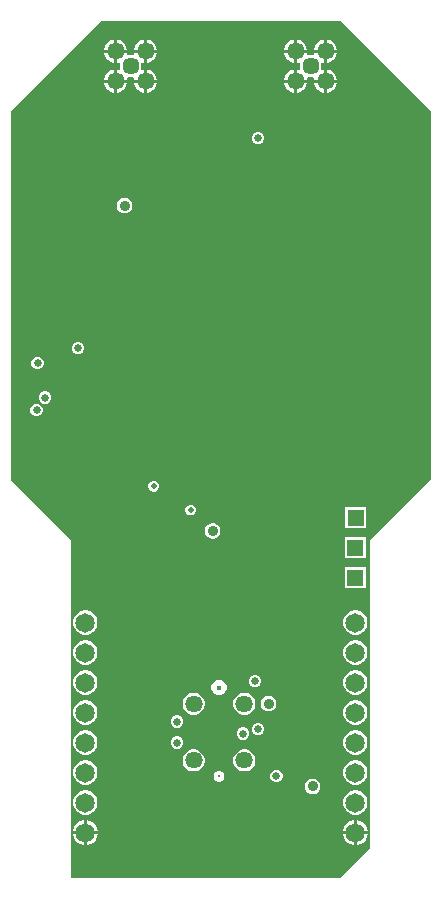
<source format=gbr>
%TF.GenerationSoftware,Altium Limited,Altium Designer,23.7.1 (13)*%
G04 Layer_Physical_Order=2*
G04 Layer_Color=36540*
%FSLAX45Y45*%
%MOMM*%
%TF.SameCoordinates,13906D11-38DA-49B6-AFB5-B3B90C62E25A*%
%TF.FilePolarity,Positive*%
%TF.FileFunction,Copper,L2,Inr,Signal*%
%TF.Part,Single*%
G01*
G75*
%TA.AperFunction,ComponentPad*%
%ADD34C,0.44500*%
%ADD35C,0.26000*%
%ADD36C,1.46000*%
%ADD37C,1.44600*%
%ADD38C,1.65000*%
%ADD40R,1.40000X1.40000*%
%TA.AperFunction,ViaPad*%
%ADD41C,0.50000*%
%ADD42C,0.65000*%
%ADD43C,0.90000*%
G36*
X10922000Y9029700D02*
Y5908000D01*
X10413000Y5399000D01*
Y2794000D01*
X10159000Y2540000D01*
X7874000D01*
Y5400000D01*
X7366000Y5908000D01*
Y9029700D01*
X8128000Y9791700D01*
X10160000D01*
X10922000Y9029700D01*
D02*
G37*
%LPC*%
G36*
X10045862Y9635400D02*
X10045700D01*
Y9550400D01*
X10130700D01*
Y9550562D01*
X10124042Y9575411D01*
X10111179Y9597689D01*
X10092989Y9615879D01*
X10070711Y9628742D01*
X10045862Y9635400D01*
D02*
G37*
G36*
X10020300D02*
X10020138D01*
X9995289Y9628742D01*
X9973011Y9615879D01*
X9954821Y9597689D01*
X9941958Y9575411D01*
X9935300Y9550562D01*
Y9550400D01*
X10020300D01*
Y9635400D01*
D02*
G37*
G36*
X9791862D02*
X9791700D01*
Y9550400D01*
X9876700D01*
Y9550562D01*
X9870042Y9575411D01*
X9857179Y9597689D01*
X9838989Y9615879D01*
X9816711Y9628742D01*
X9791862Y9635400D01*
D02*
G37*
G36*
X9766300D02*
X9766138D01*
X9741289Y9628742D01*
X9719011Y9615879D01*
X9700821Y9597689D01*
X9687958Y9575411D01*
X9681300Y9550562D01*
Y9550400D01*
X9766300D01*
Y9635400D01*
D02*
G37*
G36*
X8521862D02*
X8521700D01*
Y9550400D01*
X8606700D01*
Y9550562D01*
X8600042Y9575411D01*
X8587179Y9597689D01*
X8568989Y9615879D01*
X8546711Y9628742D01*
X8521862Y9635400D01*
D02*
G37*
G36*
X8496300D02*
X8496138D01*
X8471289Y9628742D01*
X8449011Y9615879D01*
X8430821Y9597689D01*
X8417958Y9575411D01*
X8411300Y9550562D01*
Y9550400D01*
X8496300D01*
Y9635400D01*
D02*
G37*
G36*
X8267862D02*
X8267700D01*
Y9550400D01*
X8352700D01*
Y9550562D01*
X8346042Y9575411D01*
X8333179Y9597689D01*
X8314989Y9615879D01*
X8292711Y9628742D01*
X8267862Y9635400D01*
D02*
G37*
G36*
X8242300D02*
X8242138D01*
X8217289Y9628742D01*
X8195011Y9615879D01*
X8176821Y9597689D01*
X8163958Y9575411D01*
X8157300Y9550562D01*
Y9550400D01*
X8242300D01*
Y9635400D01*
D02*
G37*
G36*
X8496300Y9525000D02*
X8411300D01*
Y9524838D01*
X8415135Y9510526D01*
X8404766Y9500156D01*
X8394152Y9503000D01*
X8369848D01*
X8359234Y9500156D01*
X8348865Y9510526D01*
X8352700Y9524838D01*
Y9525000D01*
X8267700D01*
Y9440000D01*
X8267862D01*
X8282174Y9443835D01*
X8292544Y9433466D01*
X8289700Y9422852D01*
Y9398548D01*
X8292544Y9387934D01*
X8282174Y9377565D01*
X8267862Y9381400D01*
X8267700D01*
Y9296400D01*
X8352700D01*
Y9296562D01*
X8348865Y9310874D01*
X8359234Y9321244D01*
X8369848Y9318400D01*
X8394152D01*
X8404766Y9321244D01*
X8415135Y9310874D01*
X8411300Y9296562D01*
Y9296400D01*
X8496300D01*
Y9381400D01*
X8496138D01*
X8481826Y9377565D01*
X8471456Y9387934D01*
X8474300Y9398548D01*
Y9422852D01*
X8471456Y9433466D01*
X8481826Y9443835D01*
X8496138Y9440000D01*
X8496300D01*
Y9525000D01*
D02*
G37*
G36*
X10020300D02*
X9935300D01*
Y9524838D01*
X9939135Y9510526D01*
X9928766Y9500156D01*
X9918152Y9503000D01*
X9893848D01*
X9883234Y9500156D01*
X9872865Y9510526D01*
X9876700Y9524838D01*
Y9525000D01*
X9791700D01*
Y9440000D01*
X9791862D01*
X9806174Y9443835D01*
X9816544Y9433466D01*
X9813700Y9422852D01*
Y9398548D01*
X9816544Y9387934D01*
X9806174Y9377565D01*
X9791862Y9381400D01*
X9791700D01*
Y9296400D01*
X9876700D01*
Y9296562D01*
X9872865Y9310874D01*
X9883234Y9321244D01*
X9893848Y9318400D01*
X9918152D01*
X9928766Y9321244D01*
X9939135Y9310874D01*
X9935300Y9296562D01*
Y9296400D01*
X10020300D01*
Y9381400D01*
X10020138D01*
X10005826Y9377565D01*
X9995456Y9387934D01*
X9998300Y9398548D01*
Y9422852D01*
X9995456Y9433466D01*
X10005826Y9443835D01*
X10020138Y9440000D01*
X10020300D01*
Y9525000D01*
D02*
G37*
G36*
X10130700D02*
X10045700D01*
Y9440000D01*
X10045862D01*
X10070711Y9446658D01*
X10092989Y9459521D01*
X10111179Y9477711D01*
X10124042Y9499989D01*
X10130700Y9524838D01*
Y9525000D01*
D02*
G37*
G36*
X9766300D02*
X9681300D01*
Y9524838D01*
X9687958Y9499989D01*
X9700821Y9477711D01*
X9719011Y9459521D01*
X9741289Y9446658D01*
X9766138Y9440000D01*
X9766300D01*
Y9525000D01*
D02*
G37*
G36*
X8606700D02*
X8521700D01*
Y9440000D01*
X8521862D01*
X8546711Y9446658D01*
X8568989Y9459521D01*
X8587179Y9477711D01*
X8600042Y9499989D01*
X8606700Y9524838D01*
Y9525000D01*
D02*
G37*
G36*
X8242300D02*
X8157300D01*
Y9524838D01*
X8163958Y9499989D01*
X8176821Y9477711D01*
X8195011Y9459521D01*
X8217289Y9446658D01*
X8242138Y9440000D01*
X8242300D01*
Y9525000D01*
D02*
G37*
G36*
X10045862Y9381400D02*
X10045700D01*
Y9296400D01*
X10130700D01*
Y9296562D01*
X10124042Y9321411D01*
X10111179Y9343689D01*
X10092989Y9361879D01*
X10070711Y9374742D01*
X10045862Y9381400D01*
D02*
G37*
G36*
X9766300D02*
X9766138D01*
X9741289Y9374742D01*
X9719011Y9361879D01*
X9700821Y9343689D01*
X9687958Y9321411D01*
X9681300Y9296562D01*
Y9296400D01*
X9766300D01*
Y9381400D01*
D02*
G37*
G36*
X8521862D02*
X8521700D01*
Y9296400D01*
X8606700D01*
Y9296562D01*
X8600042Y9321411D01*
X8587179Y9343689D01*
X8568989Y9361879D01*
X8546711Y9374742D01*
X8521862Y9381400D01*
D02*
G37*
G36*
X8242300D02*
X8242138D01*
X8217289Y9374742D01*
X8195011Y9361879D01*
X8176821Y9343689D01*
X8163958Y9321411D01*
X8157300Y9296562D01*
Y9296400D01*
X8242300D01*
Y9381400D01*
D02*
G37*
G36*
X10130700Y9271000D02*
X10045700D01*
Y9186000D01*
X10045862D01*
X10070711Y9192658D01*
X10092989Y9205521D01*
X10111179Y9223711D01*
X10124042Y9245989D01*
X10130700Y9270838D01*
Y9271000D01*
D02*
G37*
G36*
X10020300D02*
X9935300D01*
Y9270838D01*
X9941958Y9245989D01*
X9954821Y9223711D01*
X9973011Y9205521D01*
X9995289Y9192658D01*
X10020138Y9186000D01*
X10020300D01*
Y9271000D01*
D02*
G37*
G36*
X9876700D02*
X9791700D01*
Y9186000D01*
X9791862D01*
X9816711Y9192658D01*
X9838989Y9205521D01*
X9857179Y9223711D01*
X9870042Y9245989D01*
X9876700Y9270838D01*
Y9271000D01*
D02*
G37*
G36*
X9766300D02*
X9681300D01*
Y9270838D01*
X9687958Y9245989D01*
X9700821Y9223711D01*
X9719011Y9205521D01*
X9741289Y9192658D01*
X9766138Y9186000D01*
X9766300D01*
Y9271000D01*
D02*
G37*
G36*
X8606700D02*
X8521700D01*
Y9186000D01*
X8521862D01*
X8546711Y9192658D01*
X8568989Y9205521D01*
X8587179Y9223711D01*
X8600042Y9245989D01*
X8606700Y9270838D01*
Y9271000D01*
D02*
G37*
G36*
X8496300D02*
X8411300D01*
Y9270838D01*
X8417958Y9245989D01*
X8430821Y9223711D01*
X8449011Y9205521D01*
X8471289Y9192658D01*
X8496138Y9186000D01*
X8496300D01*
Y9271000D01*
D02*
G37*
G36*
X8352700D02*
X8267700D01*
Y9186000D01*
X8267862D01*
X8292711Y9192658D01*
X8314989Y9205521D01*
X8333179Y9223711D01*
X8346042Y9245989D01*
X8352700Y9270838D01*
Y9271000D01*
D02*
G37*
G36*
X8242300D02*
X8157300D01*
Y9270838D01*
X8163958Y9245989D01*
X8176821Y9223711D01*
X8195011Y9205521D01*
X8217289Y9192658D01*
X8242138Y9186000D01*
X8242300D01*
Y9271000D01*
D02*
G37*
G36*
X9471943Y8853600D02*
X9451057D01*
X9431761Y8845607D01*
X9416993Y8830839D01*
X9409000Y8811543D01*
Y8790657D01*
X9416993Y8771361D01*
X9431761Y8756593D01*
X9451057Y8748600D01*
X9471943D01*
X9491239Y8756593D01*
X9506007Y8771361D01*
X9514000Y8790657D01*
Y8811543D01*
X9506007Y8830839D01*
X9491239Y8845607D01*
X9471943Y8853600D01*
D02*
G37*
G36*
X8339758Y8294600D02*
X8322642D01*
X8306111Y8290170D01*
X8291289Y8281613D01*
X8279187Y8269511D01*
X8270630Y8254689D01*
X8266200Y8238158D01*
Y8221042D01*
X8270630Y8204511D01*
X8279187Y8189689D01*
X8291289Y8177587D01*
X8306111Y8169030D01*
X8322642Y8164600D01*
X8339758D01*
X8356289Y8169030D01*
X8371111Y8177587D01*
X8383213Y8189689D01*
X8391770Y8204511D01*
X8396200Y8221042D01*
Y8238158D01*
X8391770Y8254689D01*
X8383213Y8269511D01*
X8371111Y8281613D01*
X8356289Y8290170D01*
X8339758Y8294600D01*
D02*
G37*
G36*
X7947943Y7075600D02*
X7927057D01*
X7907761Y7067607D01*
X7892993Y7052839D01*
X7885000Y7033543D01*
Y7012657D01*
X7892993Y6993361D01*
X7907761Y6978593D01*
X7927057Y6970600D01*
X7947943D01*
X7967239Y6978593D01*
X7982007Y6993361D01*
X7990000Y7012657D01*
Y7033543D01*
X7982007Y7052839D01*
X7967239Y7067607D01*
X7947943Y7075600D01*
D02*
G37*
G36*
X7605043Y6948600D02*
X7584157D01*
X7564861Y6940607D01*
X7550093Y6925839D01*
X7542100Y6906543D01*
Y6885657D01*
X7550093Y6866361D01*
X7564861Y6851593D01*
X7584157Y6843600D01*
X7605043D01*
X7624339Y6851593D01*
X7639107Y6866361D01*
X7647100Y6885657D01*
Y6906543D01*
X7639107Y6925839D01*
X7624339Y6940607D01*
X7605043Y6948600D01*
D02*
G37*
G36*
X7668543Y6656500D02*
X7647657D01*
X7628361Y6648507D01*
X7613593Y6633739D01*
X7605600Y6614443D01*
Y6593557D01*
X7613593Y6574261D01*
X7628361Y6559493D01*
X7647657Y6551500D01*
X7668543D01*
X7687839Y6559493D01*
X7702607Y6574261D01*
X7710600Y6593557D01*
Y6614443D01*
X7702607Y6633739D01*
X7687839Y6648507D01*
X7668543Y6656500D01*
D02*
G37*
G36*
X7597423Y6549820D02*
X7576537D01*
X7557241Y6541827D01*
X7542473Y6527059D01*
X7534480Y6507763D01*
Y6486877D01*
X7542473Y6467581D01*
X7557241Y6452813D01*
X7576537Y6444820D01*
X7597423D01*
X7616719Y6452813D01*
X7631487Y6467581D01*
X7639480Y6486877D01*
Y6507763D01*
X7631487Y6527059D01*
X7616719Y6541827D01*
X7597423Y6549820D01*
D02*
G37*
G36*
X8586531Y5897160D02*
X8568629D01*
X8552090Y5890309D01*
X8539431Y5877650D01*
X8532580Y5861111D01*
Y5843209D01*
X8539431Y5826670D01*
X8552090Y5814011D01*
X8568629Y5807160D01*
X8586531D01*
X8603070Y5814011D01*
X8615729Y5826670D01*
X8622580Y5843209D01*
Y5861111D01*
X8615729Y5877650D01*
X8603070Y5890309D01*
X8586531Y5897160D01*
D02*
G37*
G36*
X8901491Y5696500D02*
X8883589D01*
X8867050Y5689649D01*
X8854391Y5676990D01*
X8847540Y5660451D01*
Y5642549D01*
X8854391Y5626010D01*
X8867050Y5613351D01*
X8883589Y5606500D01*
X8901491D01*
X8918030Y5613351D01*
X8930689Y5626010D01*
X8937540Y5642549D01*
Y5660451D01*
X8930689Y5676990D01*
X8918030Y5689649D01*
X8901491Y5696500D01*
D02*
G37*
G36*
X10377000Y5678000D02*
X10197000D01*
Y5498000D01*
X10377000D01*
Y5678000D01*
D02*
G37*
G36*
X9085257Y5538700D02*
X9068142D01*
X9051611Y5534270D01*
X9036789Y5525713D01*
X9024687Y5513611D01*
X9016130Y5498789D01*
X9011700Y5482258D01*
Y5465142D01*
X9016130Y5448611D01*
X9024687Y5433789D01*
X9036789Y5421687D01*
X9051611Y5413130D01*
X9068142Y5408700D01*
X9085257D01*
X9101789Y5413130D01*
X9116611Y5421687D01*
X9128713Y5433789D01*
X9137270Y5448611D01*
X9141700Y5465142D01*
Y5482258D01*
X9137270Y5498789D01*
X9128713Y5513611D01*
X9116611Y5525713D01*
X9101789Y5534270D01*
X9085257Y5538700D01*
D02*
G37*
G36*
X10376000Y5424000D02*
X10196000D01*
Y5244000D01*
X10376000D01*
Y5424000D01*
D02*
G37*
G36*
Y5170000D02*
X10196000D01*
Y4990000D01*
X10376000D01*
Y5170000D01*
D02*
G37*
G36*
X10299494Y4801500D02*
X10272505D01*
X10246436Y4794515D01*
X10223063Y4781020D01*
X10203979Y4761936D01*
X10190485Y4738564D01*
X10183500Y4712494D01*
Y4685506D01*
X10190485Y4659436D01*
X10203979Y4636064D01*
X10223063Y4616980D01*
X10246436Y4603485D01*
X10272505Y4596500D01*
X10299494D01*
X10325563Y4603485D01*
X10348936Y4616980D01*
X10368020Y4636064D01*
X10381514Y4659436D01*
X10388499Y4685506D01*
Y4712494D01*
X10381514Y4738564D01*
X10368020Y4761936D01*
X10348936Y4781020D01*
X10325563Y4794515D01*
X10299494Y4801500D01*
D02*
G37*
G36*
X8013494D02*
X7986505D01*
X7960436Y4794515D01*
X7937063Y4781020D01*
X7917979Y4761936D01*
X7904485Y4738564D01*
X7897500Y4712494D01*
Y4685506D01*
X7904485Y4659436D01*
X7917979Y4636064D01*
X7937063Y4616980D01*
X7960436Y4603485D01*
X7986505Y4596500D01*
X8013494D01*
X8039563Y4603485D01*
X8062936Y4616980D01*
X8082020Y4636064D01*
X8095514Y4659436D01*
X8102499Y4685506D01*
Y4712494D01*
X8095514Y4738564D01*
X8082020Y4761936D01*
X8062936Y4781020D01*
X8039563Y4794515D01*
X8013494Y4801500D01*
D02*
G37*
G36*
X10299494Y4547500D02*
X10272505D01*
X10246436Y4540515D01*
X10223063Y4527020D01*
X10203979Y4507936D01*
X10190485Y4484564D01*
X10183500Y4458494D01*
Y4431506D01*
X10190485Y4405436D01*
X10203979Y4382064D01*
X10223063Y4362980D01*
X10246436Y4349485D01*
X10272505Y4342500D01*
X10299494D01*
X10325563Y4349485D01*
X10348936Y4362980D01*
X10368020Y4382064D01*
X10381514Y4405436D01*
X10388499Y4431506D01*
Y4458494D01*
X10381514Y4484564D01*
X10368020Y4507936D01*
X10348936Y4527020D01*
X10325563Y4540515D01*
X10299494Y4547500D01*
D02*
G37*
G36*
X8013494D02*
X7986505D01*
X7960436Y4540515D01*
X7937063Y4527020D01*
X7917979Y4507936D01*
X7904485Y4484564D01*
X7897500Y4458494D01*
Y4431506D01*
X7904485Y4405436D01*
X7917979Y4382064D01*
X7937063Y4362980D01*
X7960436Y4349485D01*
X7986505Y4342500D01*
X8013494D01*
X8039563Y4349485D01*
X8062936Y4362980D01*
X8082020Y4382064D01*
X8095514Y4405436D01*
X8102499Y4431506D01*
Y4458494D01*
X8095514Y4484564D01*
X8082020Y4507936D01*
X8062936Y4527020D01*
X8039563Y4540515D01*
X8013494Y4547500D01*
D02*
G37*
G36*
X9446543Y4256200D02*
X9425657D01*
X9406361Y4248207D01*
X9391593Y4233439D01*
X9383600Y4214143D01*
Y4193257D01*
X9391593Y4173961D01*
X9406361Y4159193D01*
X9425657Y4151200D01*
X9446543D01*
X9465839Y4159193D01*
X9480607Y4173961D01*
X9488600Y4193257D01*
Y4214143D01*
X9480607Y4233439D01*
X9465839Y4248207D01*
X9446543Y4256200D01*
D02*
G37*
G36*
X10299494Y4293500D02*
X10272505D01*
X10246436Y4286515D01*
X10223063Y4273020D01*
X10203979Y4253936D01*
X10190485Y4230564D01*
X10183500Y4204494D01*
Y4177506D01*
X10190485Y4151436D01*
X10203979Y4128064D01*
X10223063Y4108980D01*
X10246436Y4095485D01*
X10272505Y4088500D01*
X10299494D01*
X10325563Y4095485D01*
X10348936Y4108980D01*
X10368020Y4128064D01*
X10381514Y4151436D01*
X10388499Y4177506D01*
Y4204494D01*
X10381514Y4230564D01*
X10368020Y4253936D01*
X10348936Y4273020D01*
X10325563Y4286515D01*
X10299494Y4293500D01*
D02*
G37*
G36*
X8013494D02*
X7986505D01*
X7960436Y4286515D01*
X7937063Y4273020D01*
X7917979Y4253936D01*
X7904485Y4230564D01*
X7897500Y4204494D01*
Y4177506D01*
X7904485Y4151436D01*
X7917979Y4128064D01*
X7937063Y4108980D01*
X7960436Y4095485D01*
X7986505Y4088500D01*
X8013494D01*
X8039563Y4095485D01*
X8062936Y4108980D01*
X8082020Y4128064D01*
X8095514Y4151436D01*
X8102499Y4177506D01*
Y4204494D01*
X8095514Y4230564D01*
X8082020Y4253936D01*
X8062936Y4273020D01*
X8039563Y4286515D01*
X8013494Y4293500D01*
D02*
G37*
G36*
X9144130Y4211400D02*
X9118470D01*
X9094764Y4201580D01*
X9076620Y4183436D01*
X9066800Y4159730D01*
Y4134070D01*
X9076620Y4110364D01*
X9094764Y4092220D01*
X9118470Y4082400D01*
X9144130D01*
X9167836Y4092220D01*
X9185980Y4110364D01*
X9195800Y4134070D01*
Y4159730D01*
X9185980Y4183436D01*
X9167836Y4201580D01*
X9144130Y4211400D01*
D02*
G37*
G36*
X9558958Y4078200D02*
X9541842D01*
X9525311Y4073770D01*
X9510489Y4065213D01*
X9498387Y4053111D01*
X9489830Y4038289D01*
X9485400Y4021758D01*
Y4004642D01*
X9489830Y3988111D01*
X9498387Y3973289D01*
X9510489Y3961187D01*
X9525311Y3952630D01*
X9541842Y3948200D01*
X9558958D01*
X9575489Y3952630D01*
X9590311Y3961187D01*
X9602413Y3973289D01*
X9610970Y3988111D01*
X9615400Y4004642D01*
Y4021758D01*
X9610970Y4038289D01*
X9602413Y4053111D01*
X9590311Y4065213D01*
X9575489Y4073770D01*
X9558958Y4078200D01*
D02*
G37*
G36*
X9358544Y4104900D02*
X9334057D01*
X9310404Y4098562D01*
X9289197Y4086318D01*
X9271882Y4069003D01*
X9259638Y4047797D01*
X9253300Y4024144D01*
Y3999656D01*
X9259638Y3976003D01*
X9271882Y3954797D01*
X9289197Y3937482D01*
X9310404Y3925238D01*
X9334057Y3918900D01*
X9358544D01*
X9382197Y3925238D01*
X9403403Y3937482D01*
X9420718Y3954797D01*
X9432962Y3976003D01*
X9439300Y3999656D01*
Y4024144D01*
X9432962Y4047797D01*
X9420718Y4069003D01*
X9403403Y4086318D01*
X9382197Y4098562D01*
X9358544Y4104900D01*
D02*
G37*
G36*
X8928543D02*
X8904056D01*
X8880403Y4098562D01*
X8859197Y4086318D01*
X8841882Y4069003D01*
X8829638Y4047797D01*
X8823300Y4024144D01*
Y3999656D01*
X8829638Y3976003D01*
X8841882Y3954797D01*
X8859197Y3937482D01*
X8880403Y3925238D01*
X8904056Y3918900D01*
X8928543D01*
X8952196Y3925238D01*
X8973403Y3937482D01*
X8990718Y3954797D01*
X9002962Y3976003D01*
X9009300Y3999656D01*
Y4024144D01*
X9002962Y4047797D01*
X8990718Y4069003D01*
X8973403Y4086318D01*
X8952196Y4098562D01*
X8928543Y4104900D01*
D02*
G37*
G36*
X10299494Y4039500D02*
X10272505D01*
X10246436Y4032515D01*
X10223063Y4019020D01*
X10203979Y3999936D01*
X10190485Y3976564D01*
X10183500Y3950494D01*
Y3923506D01*
X10190485Y3897436D01*
X10203979Y3874064D01*
X10223063Y3854980D01*
X10246436Y3841485D01*
X10272505Y3834500D01*
X10299494D01*
X10325563Y3841485D01*
X10348936Y3854980D01*
X10368020Y3874064D01*
X10381514Y3897436D01*
X10388499Y3923506D01*
Y3950494D01*
X10381514Y3976564D01*
X10368020Y3999936D01*
X10348936Y4019020D01*
X10325563Y4032515D01*
X10299494Y4039500D01*
D02*
G37*
G36*
X8013494D02*
X7986505D01*
X7960436Y4032515D01*
X7937063Y4019020D01*
X7917979Y3999936D01*
X7904485Y3976564D01*
X7897500Y3950494D01*
Y3923506D01*
X7904485Y3897436D01*
X7917979Y3874064D01*
X7937063Y3854980D01*
X7960436Y3841485D01*
X7986505Y3834500D01*
X8013494D01*
X8039563Y3841485D01*
X8062936Y3854980D01*
X8082020Y3874064D01*
X8095514Y3897436D01*
X8102499Y3923506D01*
Y3950494D01*
X8095514Y3976564D01*
X8082020Y3999936D01*
X8062936Y4019020D01*
X8039563Y4032515D01*
X8013494Y4039500D01*
D02*
G37*
G36*
X8786143Y3913300D02*
X8765257D01*
X8745961Y3905307D01*
X8731193Y3890539D01*
X8723200Y3871243D01*
Y3850357D01*
X8731193Y3831061D01*
X8745961Y3816293D01*
X8765257Y3808300D01*
X8786143D01*
X8805439Y3816293D01*
X8820207Y3831061D01*
X8828200Y3850357D01*
Y3871243D01*
X8820207Y3890539D01*
X8805439Y3905307D01*
X8786143Y3913300D01*
D02*
G37*
G36*
X9471943Y3849800D02*
X9451057D01*
X9431761Y3841807D01*
X9416993Y3827039D01*
X9409000Y3807743D01*
Y3786857D01*
X9416993Y3767561D01*
X9431761Y3752793D01*
X9451057Y3744800D01*
X9471943D01*
X9491239Y3752793D01*
X9506007Y3767561D01*
X9514000Y3786857D01*
Y3807743D01*
X9506007Y3827039D01*
X9491239Y3841807D01*
X9471943Y3849800D01*
D02*
G37*
G36*
X9344943Y3811700D02*
X9324057D01*
X9304761Y3803707D01*
X9289993Y3788939D01*
X9282000Y3769643D01*
Y3748757D01*
X9289993Y3729461D01*
X9304761Y3714693D01*
X9324057Y3706700D01*
X9344943D01*
X9364239Y3714693D01*
X9379007Y3729461D01*
X9387000Y3748757D01*
Y3769643D01*
X9379007Y3788939D01*
X9364239Y3803707D01*
X9344943Y3811700D01*
D02*
G37*
G36*
X8786143Y3735500D02*
X8765257D01*
X8745961Y3727507D01*
X8731193Y3712739D01*
X8723200Y3693443D01*
Y3672557D01*
X8731193Y3653261D01*
X8745961Y3638493D01*
X8765257Y3630500D01*
X8786143D01*
X8805439Y3638493D01*
X8820207Y3653261D01*
X8828200Y3672557D01*
Y3693443D01*
X8820207Y3712739D01*
X8805439Y3727507D01*
X8786143Y3735500D01*
D02*
G37*
G36*
X10299494Y3785500D02*
X10272505D01*
X10246436Y3778515D01*
X10223063Y3765020D01*
X10203979Y3745936D01*
X10190485Y3722564D01*
X10183500Y3696494D01*
Y3669506D01*
X10190485Y3643436D01*
X10203979Y3620064D01*
X10223063Y3600980D01*
X10246436Y3587485D01*
X10272505Y3580500D01*
X10299494D01*
X10325563Y3587485D01*
X10348936Y3600980D01*
X10368020Y3620064D01*
X10381514Y3643436D01*
X10388499Y3669506D01*
Y3696494D01*
X10381514Y3722564D01*
X10368020Y3745936D01*
X10348936Y3765020D01*
X10325563Y3778515D01*
X10299494Y3785500D01*
D02*
G37*
G36*
X8013494D02*
X7986505D01*
X7960436Y3778515D01*
X7937063Y3765020D01*
X7917979Y3745936D01*
X7904485Y3722564D01*
X7897500Y3696494D01*
Y3669506D01*
X7904485Y3643436D01*
X7917979Y3620064D01*
X7937063Y3600980D01*
X7960436Y3587485D01*
X7986505Y3580500D01*
X8013494D01*
X8039563Y3587485D01*
X8062936Y3600980D01*
X8082020Y3620064D01*
X8095514Y3643436D01*
X8102499Y3669506D01*
Y3696494D01*
X8095514Y3722564D01*
X8082020Y3745936D01*
X8062936Y3765020D01*
X8039563Y3778515D01*
X8013494Y3785500D01*
D02*
G37*
G36*
X9358544Y3624900D02*
X9334057D01*
X9310404Y3618562D01*
X9289197Y3606318D01*
X9271882Y3589003D01*
X9259638Y3567797D01*
X9253300Y3544144D01*
Y3519656D01*
X9259638Y3496003D01*
X9271882Y3474797D01*
X9289197Y3457482D01*
X9310404Y3445238D01*
X9334057Y3438900D01*
X9358544D01*
X9382197Y3445238D01*
X9403403Y3457482D01*
X9420718Y3474797D01*
X9432962Y3496003D01*
X9439300Y3519656D01*
Y3544144D01*
X9432962Y3567797D01*
X9420718Y3589003D01*
X9403403Y3606318D01*
X9382197Y3618562D01*
X9358544Y3624900D01*
D02*
G37*
G36*
X8928543D02*
X8904056D01*
X8880403Y3618562D01*
X8859197Y3606318D01*
X8841882Y3589003D01*
X8829638Y3567797D01*
X8823300Y3544144D01*
Y3519656D01*
X8829638Y3496003D01*
X8841882Y3474797D01*
X8859197Y3457482D01*
X8880403Y3445238D01*
X8904056Y3438900D01*
X8928543D01*
X8952196Y3445238D01*
X8973403Y3457482D01*
X8990718Y3474797D01*
X9002962Y3496003D01*
X9009300Y3519656D01*
Y3544144D01*
X9002962Y3567797D01*
X8990718Y3589003D01*
X8973403Y3606318D01*
X8952196Y3618562D01*
X8928543Y3624900D01*
D02*
G37*
G36*
X9140450Y3442900D02*
X9122150D01*
X9105243Y3435897D01*
X9092303Y3422957D01*
X9085300Y3406050D01*
Y3387750D01*
X9092303Y3370843D01*
X9105243Y3357903D01*
X9122150Y3350900D01*
X9140450D01*
X9157357Y3357903D01*
X9170297Y3370843D01*
X9177300Y3387750D01*
Y3406050D01*
X9170297Y3422957D01*
X9157357Y3435897D01*
X9140450Y3442900D01*
D02*
G37*
G36*
X9628143Y3452300D02*
X9607257D01*
X9587961Y3444307D01*
X9573193Y3429539D01*
X9565200Y3410243D01*
Y3389357D01*
X9573193Y3370061D01*
X9587961Y3355293D01*
X9607257Y3347300D01*
X9628143D01*
X9647439Y3355293D01*
X9662207Y3370061D01*
X9670200Y3389357D01*
Y3410243D01*
X9662207Y3429539D01*
X9647439Y3444307D01*
X9628143Y3452300D01*
D02*
G37*
G36*
X10299494Y3531500D02*
X10272505D01*
X10246436Y3524515D01*
X10223063Y3511020D01*
X10203979Y3491936D01*
X10190485Y3468564D01*
X10183500Y3442494D01*
Y3415506D01*
X10190485Y3389436D01*
X10203979Y3366064D01*
X10223063Y3346980D01*
X10246436Y3333485D01*
X10272505Y3326500D01*
X10299494D01*
X10325563Y3333485D01*
X10348936Y3346980D01*
X10368020Y3366064D01*
X10381514Y3389436D01*
X10388499Y3415506D01*
Y3442494D01*
X10381514Y3468564D01*
X10368020Y3491936D01*
X10348936Y3511020D01*
X10325563Y3524515D01*
X10299494Y3531500D01*
D02*
G37*
G36*
X8013494D02*
X7986505D01*
X7960436Y3524515D01*
X7937063Y3511020D01*
X7917979Y3491936D01*
X7904485Y3468564D01*
X7897500Y3442494D01*
Y3415506D01*
X7904485Y3389436D01*
X7917979Y3366064D01*
X7937063Y3346980D01*
X7960436Y3333485D01*
X7986505Y3326500D01*
X8013494D01*
X8039563Y3333485D01*
X8062936Y3346980D01*
X8082020Y3366064D01*
X8095514Y3389436D01*
X8102499Y3415506D01*
Y3442494D01*
X8095514Y3468564D01*
X8082020Y3491936D01*
X8062936Y3511020D01*
X8039563Y3524515D01*
X8013494Y3531500D01*
D02*
G37*
G36*
X9932338Y3377160D02*
X9915222D01*
X9898691Y3372730D01*
X9883869Y3364173D01*
X9871767Y3352071D01*
X9863210Y3337249D01*
X9858780Y3320718D01*
Y3303602D01*
X9863210Y3287071D01*
X9871767Y3272249D01*
X9883869Y3260147D01*
X9898691Y3251590D01*
X9915222Y3247160D01*
X9932338D01*
X9948869Y3251590D01*
X9963691Y3260147D01*
X9975793Y3272249D01*
X9984350Y3287071D01*
X9988780Y3303602D01*
Y3320718D01*
X9984350Y3337249D01*
X9975793Y3352071D01*
X9963691Y3364173D01*
X9948869Y3372730D01*
X9932338Y3377160D01*
D02*
G37*
G36*
X10299494Y3277500D02*
X10272505D01*
X10246436Y3270515D01*
X10223063Y3257020D01*
X10203979Y3237936D01*
X10190485Y3214564D01*
X10183500Y3188494D01*
Y3161506D01*
X10190485Y3135436D01*
X10203979Y3112064D01*
X10223063Y3092980D01*
X10246436Y3079485D01*
X10272505Y3072500D01*
X10299494D01*
X10325563Y3079485D01*
X10348936Y3092980D01*
X10368020Y3112064D01*
X10381514Y3135436D01*
X10388499Y3161506D01*
Y3188494D01*
X10381514Y3214564D01*
X10368020Y3237936D01*
X10348936Y3257020D01*
X10325563Y3270515D01*
X10299494Y3277500D01*
D02*
G37*
G36*
X8013494D02*
X7986505D01*
X7960436Y3270515D01*
X7937063Y3257020D01*
X7917979Y3237936D01*
X7904485Y3214564D01*
X7897500Y3188494D01*
Y3161506D01*
X7904485Y3135436D01*
X7917979Y3112064D01*
X7937063Y3092980D01*
X7960436Y3079485D01*
X7986505Y3072500D01*
X8013494D01*
X8039563Y3079485D01*
X8062936Y3092980D01*
X8082020Y3112064D01*
X8095514Y3135436D01*
X8102499Y3161506D01*
Y3188494D01*
X8095514Y3214564D01*
X8082020Y3237936D01*
X8062936Y3257020D01*
X8039563Y3270515D01*
X8013494Y3277500D01*
D02*
G37*
G36*
X8014205Y3028900D02*
X8012699D01*
Y2933700D01*
X8107899D01*
Y2935205D01*
X8100546Y2962648D01*
X8086341Y2987252D01*
X8066252Y3007341D01*
X8041647Y3021547D01*
X8014205Y3028900D01*
D02*
G37*
G36*
X10300205D02*
X10298699D01*
Y2933700D01*
X10393899D01*
Y2935205D01*
X10386546Y2962648D01*
X10372341Y2987252D01*
X10352252Y3007341D01*
X10327647Y3021547D01*
X10300205Y3028900D01*
D02*
G37*
G36*
X10273299D02*
X10271794D01*
X10244352Y3021547D01*
X10219747Y3007341D01*
X10199658Y2987252D01*
X10185453Y2962648D01*
X10178100Y2935205D01*
Y2933700D01*
X10273299D01*
Y3028900D01*
D02*
G37*
G36*
X7987299D02*
X7985794D01*
X7958352Y3021547D01*
X7933747Y3007341D01*
X7913658Y2987252D01*
X7899453Y2962648D01*
X7892100Y2935205D01*
Y2933700D01*
X7987299D01*
Y3028900D01*
D02*
G37*
G36*
X10393899Y2908300D02*
X10298699D01*
Y2813100D01*
X10300205D01*
X10327647Y2820453D01*
X10352252Y2834659D01*
X10372341Y2854748D01*
X10386546Y2879352D01*
X10393899Y2906795D01*
Y2908300D01*
D02*
G37*
G36*
X10273299D02*
X10178100D01*
Y2906795D01*
X10185453Y2879352D01*
X10199658Y2854748D01*
X10219747Y2834659D01*
X10244352Y2820453D01*
X10271794Y2813100D01*
X10273299D01*
Y2908300D01*
D02*
G37*
G36*
X8107899D02*
X8012699D01*
Y2813100D01*
X8014205D01*
X8041647Y2820453D01*
X8066252Y2834659D01*
X8086341Y2854748D01*
X8100546Y2879352D01*
X8107899Y2906795D01*
Y2908300D01*
D02*
G37*
G36*
X7987299D02*
X7892100D01*
Y2906795D01*
X7899453Y2879352D01*
X7913658Y2854748D01*
X7933747Y2834659D01*
X7958352Y2820453D01*
X7985794Y2813100D01*
X7987299D01*
Y2908300D01*
D02*
G37*
%LPD*%
D34*
X9131300Y4146900D02*
D03*
D35*
Y3396900D02*
D03*
D36*
X9346300Y3531900D02*
D03*
Y4011900D02*
D03*
X8916300D02*
D03*
Y3531900D02*
D03*
D37*
X8382000Y9410700D02*
D03*
X8255000Y9537700D02*
D03*
Y9283700D02*
D03*
X8509000D02*
D03*
Y9537700D02*
D03*
X9906000Y9410700D02*
D03*
X9779000Y9537700D02*
D03*
Y9283700D02*
D03*
X10033000D02*
D03*
Y9537700D02*
D03*
D38*
X10285999Y4699000D02*
D03*
Y4445000D02*
D03*
Y4191000D02*
D03*
Y3937000D02*
D03*
Y3683000D02*
D03*
Y3429000D02*
D03*
Y3175000D02*
D03*
Y2921000D02*
D03*
X7999999Y4699000D02*
D03*
Y4445000D02*
D03*
Y4191000D02*
D03*
Y3937000D02*
D03*
Y3683000D02*
D03*
Y3429000D02*
D03*
Y3175000D02*
D03*
Y2921000D02*
D03*
D40*
X10286000Y5080000D02*
D03*
Y5334000D02*
D03*
X10287000Y5588000D02*
D03*
D41*
X8892540Y5651500D02*
D03*
X8577580Y5852160D02*
D03*
D42*
X9537700Y4127500D02*
D03*
X7586980Y6497320D02*
D03*
X7658100Y6604000D02*
D03*
X8280400Y8140700D02*
D03*
Y8318500D02*
D03*
X7594600Y6680200D02*
D03*
X7556500Y6593840D02*
D03*
X9410700Y3721100D02*
D03*
X9461500Y3797300D02*
D03*
X8763000Y3962400D02*
D03*
X8590280Y9161780D02*
D03*
X9359900Y4165600D02*
D03*
X9824720Y3322320D02*
D03*
X9161780Y5552440D02*
D03*
X8293100Y6832600D02*
D03*
X10633489Y8413403D02*
D03*
X7810500Y6261100D02*
D03*
X7818784Y8047384D02*
D03*
X7944784D02*
D03*
X8953500Y8928100D02*
D03*
X9334500Y8674100D02*
D03*
X9327650Y8801100D02*
D03*
X9213350Y8788400D02*
D03*
X10464300Y8026400D02*
D03*
X10353425Y6375400D02*
D03*
X9588500Y8674100D02*
D03*
X9461500Y8801100D02*
D03*
X9715500Y8928100D02*
D03*
X9829800Y8953500D02*
D03*
X8064500Y8801100D02*
D03*
X7937500D02*
D03*
Y7023100D02*
D03*
X9330497Y6258413D02*
D03*
X9461000Y6134100D02*
D03*
X10604500Y7912100D02*
D03*
X10637469Y8560756D02*
D03*
X9983156Y8961069D02*
D03*
X8249920Y9057640D02*
D03*
X9080500Y9169400D02*
D03*
X9258300D02*
D03*
X9436100D02*
D03*
X9652000D02*
D03*
X9753600Y9017000D02*
D03*
X9512300D02*
D03*
X9321800D02*
D03*
X9144000D02*
D03*
X8902700D02*
D03*
X8638540Y9019540D02*
D03*
X8448040Y9004300D02*
D03*
X8849360Y9161780D02*
D03*
X10706100Y8712200D02*
D03*
Y8877300D02*
D03*
X10419080Y9227820D02*
D03*
X10325100Y9334500D02*
D03*
X10172700D02*
D03*
Y9486900D02*
D03*
X10350500D02*
D03*
X10523220Y9354820D02*
D03*
X10655300Y9222740D02*
D03*
X10845800Y9029700D02*
D03*
X10858500Y8826500D02*
D03*
Y8636000D02*
D03*
X10820400Y8470900D02*
D03*
X9906000Y4165600D02*
D03*
X8839200Y3771900D02*
D03*
X7810500Y6388100D02*
D03*
Y6515100D02*
D03*
X7937500Y6896100D02*
D03*
X7810500Y6643100D02*
D03*
X7658100Y6744700D02*
D03*
X7810500Y6895600D02*
D03*
Y7658100D02*
D03*
X7937500Y7785600D02*
D03*
Y7912100D02*
D03*
X7810500Y7785100D02*
D03*
X7809500Y7912100D02*
D03*
X7683500Y8039600D02*
D03*
X7810500Y8674100D02*
D03*
X7810000Y8801100D02*
D03*
Y8928100D02*
D03*
X7937000Y8674100D02*
D03*
X8055867Y8933219D02*
D03*
X8064500Y8674100D02*
D03*
X8191500D02*
D03*
Y8801100D02*
D03*
Y8927600D02*
D03*
X8318500D02*
D03*
Y8800600D02*
D03*
Y8673600D02*
D03*
X8445500Y8674100D02*
D03*
Y8801350D02*
D03*
X8572500Y8928100D02*
D03*
Y8801100D02*
D03*
Y8674100D02*
D03*
X8699500D02*
D03*
Y8801100D02*
D03*
Y8927600D02*
D03*
X8826500Y8928100D02*
D03*
Y8801100D02*
D03*
Y8674100D02*
D03*
X9080500D02*
D03*
X8953500D02*
D03*
Y8800600D02*
D03*
X9080500Y8801100D02*
D03*
X9207500Y8674100D02*
D03*
X9588500Y8801100D02*
D03*
X9715500Y8674100D02*
D03*
Y8801100D02*
D03*
X9842500D02*
D03*
Y8674100D02*
D03*
X9969500Y8673850D02*
D03*
X9969000Y8801100D02*
D03*
X10096500Y8928100D02*
D03*
Y8801100D02*
D03*
Y8674100D02*
D03*
X10223000Y8801100D02*
D03*
X10223500Y8928100D02*
D03*
X10350500Y8801100D02*
D03*
Y8928100D02*
D03*
Y8674100D02*
D03*
X10219728Y8679365D02*
D03*
X10350500Y8547100D02*
D03*
X10477000Y8674100D02*
D03*
X10477500Y8801600D02*
D03*
X10604000Y8674100D02*
D03*
X10477000Y8547100D02*
D03*
X10350500Y8420100D02*
D03*
X10350000Y8293100D02*
D03*
X10477000Y8420100D02*
D03*
X10604000Y8293100D02*
D03*
X10477000D02*
D03*
X10350000Y8166100D02*
D03*
X10477500D02*
D03*
X10350000Y8039100D02*
D03*
X10350000Y7912100D02*
D03*
X10477500D02*
D03*
Y7785100D02*
D03*
X10350000D02*
D03*
Y7658100D02*
D03*
X10477500D02*
D03*
Y7531100D02*
D03*
X10477000Y7023100D02*
D03*
X10477000Y6896100D02*
D03*
Y6769100D02*
D03*
Y6642100D02*
D03*
Y6515100D02*
D03*
X10477500Y6261100D02*
D03*
X10223500Y6134100D02*
D03*
X9842500D02*
D03*
X8826500Y6134600D02*
D03*
X8191000Y6261100D02*
D03*
X8318500Y6134100D02*
D03*
X8572500D02*
D03*
X9461500Y6261100D02*
D03*
X9334500Y6134100D02*
D03*
X9436100Y4203700D02*
D03*
X7594600Y6896100D02*
D03*
X9617700Y3399800D02*
D03*
X8775700Y3860800D02*
D03*
Y3683000D02*
D03*
X9334500Y3759200D02*
D03*
D43*
X9923780Y3312160D02*
D03*
X9076700Y5473700D02*
D03*
X9321800Y3289300D02*
D03*
X8686800Y3581400D02*
D03*
X9550400Y4013200D02*
D03*
X8331200Y8229600D02*
D03*
%TF.MD5,614c88f4df32fb1def8bd93aaddc544b*%
M02*

</source>
